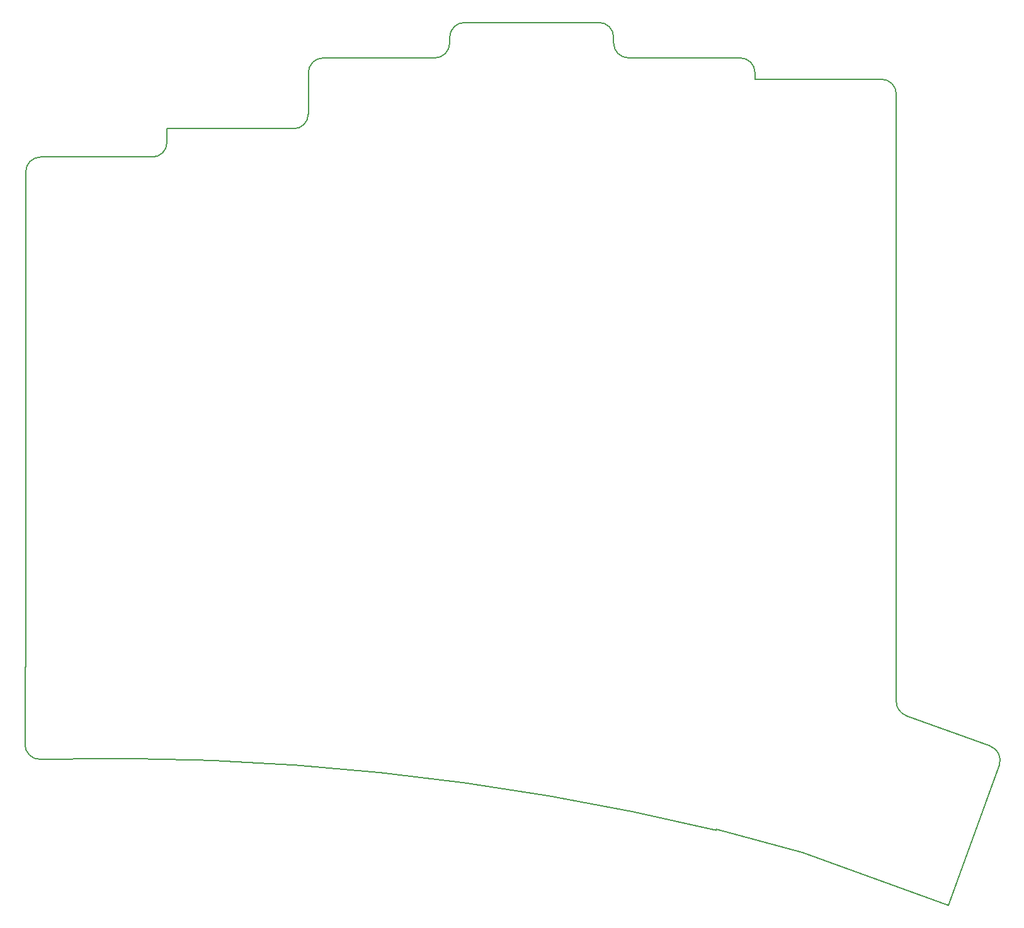
<source format=gbr>
%TF.GenerationSoftware,KiCad,Pcbnew,9.0.3-1.fc42*%
%TF.CreationDate,2025-08-21T15:21:57+02:00*%
%TF.ProjectId,left,6c656674-2e6b-4696-9361-645f70636258,v1.0.0*%
%TF.SameCoordinates,Original*%
%TF.FileFunction,Profile,NP*%
%FSLAX46Y46*%
G04 Gerber Fmt 4.6, Leading zero omitted, Abs format (unit mm)*
G04 Created by KiCad (PCBNEW 9.0.3-1.fc42) date 2025-08-21 15:21:57*
%MOMM*%
%LPD*%
G01*
G04 APERTURE LIST*
%TA.AperFunction,Profile*%
%ADD10C,0.150000*%
%TD*%
G04 APERTURE END LIST*
D10*
X137025000Y-114585000D02*
X137025000Y-113822500D01*
X76975000Y-126110000D02*
X76975000Y-127920000D01*
X57975000Y-131920000D02*
G75*
G02*
X59975000Y-129920000I2000000J0D01*
G01*
X156025000Y-119442500D02*
X156025000Y-118585000D01*
X93975000Y-126110000D02*
X76975000Y-126110000D01*
X59927469Y-210905525D02*
G75*
G02*
X150774461Y-220445774I9182031J-349879375D01*
G01*
X95975000Y-118585000D02*
G75*
G02*
X97975000Y-116585000I2000000J0D01*
G01*
X114975000Y-113822500D02*
X114975000Y-114585000D01*
X182003578Y-230547570D02*
X188861082Y-211706733D01*
X76975000Y-127920000D02*
G75*
G02*
X74975000Y-129920000I-2000000J0D01*
G01*
X150774461Y-220445772D02*
X150800031Y-220300758D01*
X139025000Y-116585000D02*
G75*
G02*
X137025000Y-114585000I0J2000000D01*
G01*
X112975000Y-116585000D02*
X97975000Y-116585000D01*
X74975000Y-129920000D02*
X59975000Y-129920000D01*
X176340960Y-205021426D02*
G75*
G02*
X175024990Y-203142040I683940J1879326D01*
G01*
X114975000Y-113822500D02*
G75*
G02*
X116975000Y-111822500I2000000J0D01*
G01*
X173025000Y-119442500D02*
G75*
G02*
X175025000Y-121442500I0J-2000000D01*
G01*
X135025000Y-111822500D02*
X116975000Y-111822500D01*
X135025000Y-111822500D02*
G75*
G02*
X137025000Y-113822500I0J-2000000D01*
G01*
X150800031Y-220300758D02*
X162363646Y-223399219D01*
X187665737Y-209143307D02*
X176340960Y-205021426D01*
X154025000Y-116585000D02*
X139025000Y-116585000D01*
X95975000Y-118585000D02*
X95975000Y-124110000D01*
X175025000Y-203142040D02*
X175025000Y-121442500D01*
X154025000Y-116585000D02*
G75*
G02*
X156025000Y-118585000I0J-2000000D01*
G01*
X59927469Y-210905525D02*
G75*
G02*
X57874987Y-208906213I-52469J1999325D01*
G01*
X95975000Y-124110000D02*
G75*
G02*
X93975000Y-126110000I-2000000J0D01*
G01*
X162363646Y-223399219D02*
X182003578Y-230547570D01*
X173025000Y-119442500D02*
X156025000Y-119442500D01*
X57875000Y-208906213D02*
X57875000Y-198781910D01*
X187665737Y-209143307D02*
G75*
G02*
X188861093Y-211706737I-684037J-1879393D01*
G01*
X114975000Y-114585000D02*
G75*
G02*
X112975000Y-116585000I-2000000J0D01*
G01*
X57975000Y-198214782D02*
X57975000Y-131920000D01*
X57975000Y-198214782D02*
X57875000Y-198781910D01*
M02*

</source>
